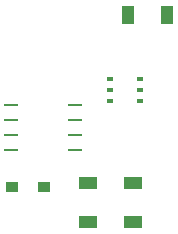
<source format=gbr>
G04 #@! TF.FileFunction,Paste,Top*
%FSLAX46Y46*%
G04 Gerber Fmt 4.6, Leading zero omitted, Abs format (unit mm)*
G04 Created by KiCad (PCBNEW (2014-12-03 BZR 5311)-product) date Sun 15 Mar 2015 10:59:51 UTC*
%MOMM*%
G01*
G04 APERTURE LIST*
%ADD10C,0.100000*%
%ADD11R,1.124000X1.632000*%
%ADD12R,1.632000X1.124000*%
%ADD13R,0.600760X0.301040*%
%ADD14R,0.108000X0.362000*%
%ADD15R,1.100000X0.900000*%
%ADD16R,1.150000X0.200000*%
G04 APERTURE END LIST*
D10*
D11*
X152019000Y-90805000D03*
X155321000Y-90805000D03*
D12*
X148590000Y-105029000D03*
X148590000Y-108331000D03*
X152400000Y-105029000D03*
X152400000Y-108331000D03*
D13*
X153035000Y-96202500D03*
X153035000Y-97155000D03*
X153035000Y-98107500D03*
X150495000Y-98107500D03*
X150495000Y-97155000D03*
X150495000Y-96202500D03*
D14*
X152082500Y-100330000D03*
X150177500Y-100330000D03*
X152082500Y-102870000D03*
X151130000Y-100330000D03*
X150177500Y-102870000D03*
D15*
X144860000Y-105410000D03*
X142160000Y-105410000D03*
D16*
X147480000Y-102235000D03*
X147480000Y-100965000D03*
X147480000Y-99695000D03*
X147480000Y-98425000D03*
X142080000Y-98425000D03*
X142080000Y-99695000D03*
X142080000Y-100965000D03*
X142080000Y-102235000D03*
M02*

</source>
